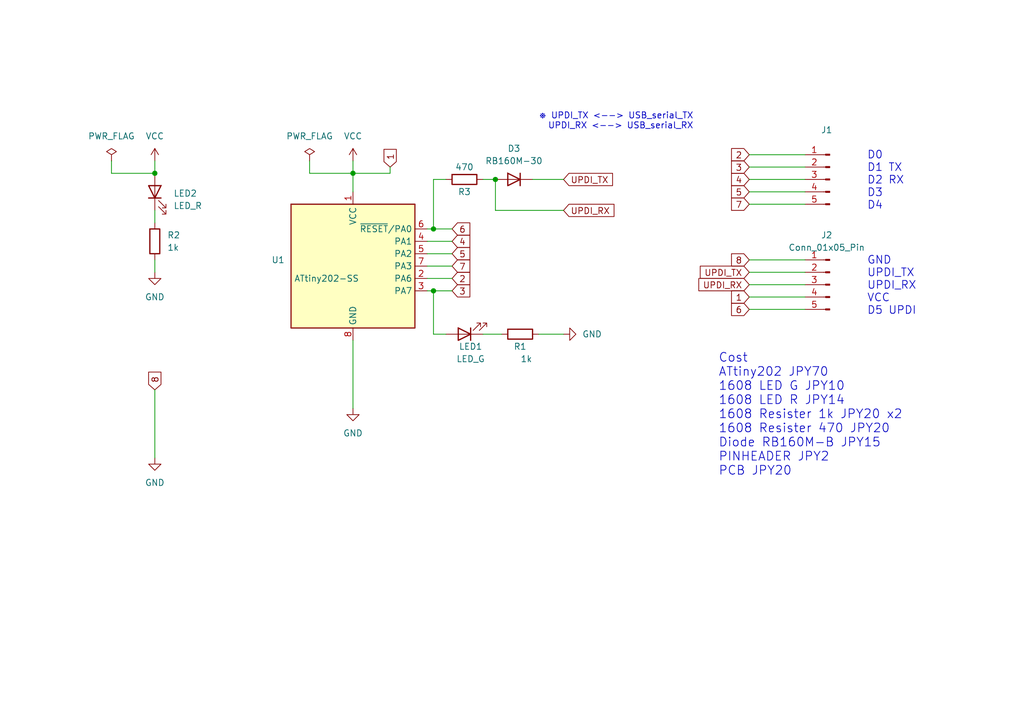
<source format=kicad_sch>
(kicad_sch (version 20230121) (generator eeschema)
  (paper "A5")
  (title_block (title "Tibicon") (date "2024-07-16") (rev "1"))
  (lib_symbols
    (symbol "Connector:Conn_01x05_Pin" (pin_names (offset 1.016) hide)
      (property "Reference" "J" (at 0 7.62 0))
      (property "Value" "Conn_01x05_Pin" (at 0 -7.62 0))
      (symbol "Conn_01x05_Pin_1_1"
        (polyline (pts (xy 1.27 -5.08) (xy 0.8636 -5.08)) (stroke (width 0.1524)))
        (polyline (pts (xy 1.27 -2.54) (xy 0.8636 -2.54)) (stroke (width 0.1524)))
        (polyline (pts (xy 1.27 0) (xy 0.8636 0)) (stroke (width 0.1524)))
        (polyline (pts (xy 1.27 2.54) (xy 0.8636 2.54)) (stroke (width 0.1524)))
        (polyline (pts (xy 1.27 5.08) (xy 0.8636 5.08)) (stroke (width 0.1524)))
        (rectangle (start 0.8636 -4.953) (end 0 -5.207) (stroke (width 0.1524)) (fill (type outline)))
        (rectangle (start 0.8636 -2.413) (end 0 -2.667) (stroke (width 0.1524)) (fill (type outline)))
        (rectangle (start 0.8636 0.127) (end 0 -0.127) (stroke (width 0.1524)) (fill (type outline)))
        (rectangle (start 0.8636 2.667) (end 0 2.413) (stroke (width 0.1524)) (fill (type outline)))
        (rectangle (start 0.8636 5.207) (end 0 4.953) (stroke (width 0.1524)) (fill (type outline)))
        (pin passive line (at 5.08 5.08 180) (length 3.81) (name "Pin_1") (number "1"))
        (pin passive line (at 5.08 2.54 180) (length 3.81) (name "Pin_2") (number "2"))
        (pin passive line (at 5.08 0 180) (length 3.81) (name "Pin_3") (number "3"))
        (pin passive line (at 5.08 -2.54 180) (length 3.81) (name "Pin_4") (number "4"))
        (pin passive line (at 5.08 -5.08 180) (length 3.81) (name "Pin_5") (number "5"))
      )
    )
    (symbol "Device:LED" (pin_numbers hide) (pin_names (offset 1.016) hide)
      (property "Reference" "D" (at 0 2.54 0))
      (property "Value" "LED" (at 0 -2.54 0))
      (symbol "LED_0_1"
        (polyline (pts (xy -1.27 -1.27) (xy -1.27 1.27)) (stroke (width 0.254)))
        (polyline (pts (xy -1.27 0) (xy 1.27 0)))
        (polyline (pts (xy 1.27 -1.27) (xy 1.27 1.27) (xy -1.27 0) (xy 1.27 -1.27)) (stroke (width 0.254)))
        (polyline (pts (xy -3.048 -0.762) (xy -4.572 -2.286) (xy -3.81 -2.286) (xy -4.572 -2.286) (xy -4.572 -1.524)))
        (polyline (pts (xy -1.778 -0.762) (xy -3.302 -2.286) (xy -2.54 -2.286) (xy -3.302 -2.286) (xy -3.302 -1.524)))
      )
      (symbol "LED_1_1"
        (pin passive line (at -3.81 0 0) (length 2.54) (name "K") (number "1"))
        (pin passive line (at 3.81 0 180) (length 2.54) (name "A") (number "2"))
      )
    )
    (symbol "Device:R" (pin_numbers hide) (pin_names (offset 0))
      (property "Reference" "R" (at 2.032 0 90))
      (property "Value" "R" (at 0 0 90))
      (symbol "R_0_1"
        (rectangle (start -1.016 -2.54) (end 1.016 2.54) (stroke (width 0.254)))
      )
      (symbol "R_1_1"
        (pin passive line (at 0 3.81 270) (length 1.27) (name "~") (number "1"))
        (pin passive line (at 0 -3.81 90) (length 1.27) (name "~") (number "2"))
      )
    )
    (symbol "Diode:1N914WT" (pin_numbers hide) (pin_names hide)
      (property "Reference" "D" (at 0 2.54 0))
      (property "Value" "1N914WT" (at 0 -2.54 0))
      (symbol "1N914WT_0_1"
        (polyline (pts (xy -1.27 1.27) (xy -1.27 -1.27)) (stroke (width 0.254)))
        (polyline (pts (xy 1.27 0) (xy -1.27 0)))
        (polyline (pts (xy 1.27 1.27) (xy 1.27 -1.27) (xy -1.27 0) (xy 1.27 1.27)) (stroke (width 0.254)))
      )
      (symbol "1N914WT_1_1"
        (pin passive line (at -3.81 0 0) (length 2.54) (name "K") (number "1"))
        (pin passive line (at 3.81 0 180) (length 2.54) (name "A") (number "2"))
      )
    )
    (symbol "MCU_Microchip_ATtiny:ATtiny202-SS"
      (property "Reference" "U" (at -12.7 13.97 0))
      (property "Value" "ATtiny202-SS" (at 2.54 -13.97 0))
      (symbol "ATtiny202-SS_0_1"
        (rectangle (start -12.7 -12.7) (end 12.7 12.7) (stroke (width 0.254)) (fill (type background)))
      )
      (symbol "ATtiny202-SS_1_1"
        (pin power_in line (at 0 15.24 270) (length 2.54) (name "VCC") (number "1"))
        (pin bidirectional line (at 15.24 -2.54 180) (length 2.54) (name "PA6") (number "2"))
        (pin bidirectional line (at 15.24 -5.08 180) (length 2.54) (name "PA7") (number "3"))
        (pin bidirectional line (at 15.24 5.08 180) (length 2.54) (name "PA1") (number "4"))
        (pin bidirectional line (at 15.24 2.54 180) (length 2.54) (name "PA2") (number "5"))
        (pin bidirectional line (at 15.24 7.62 180) (length 2.54) (name "~{RESET}/PA0") (number "6"))
        (pin bidirectional line (at 15.24 0 180) (length 2.54) (name "PA3") (number "7"))
        (pin power_in line (at 0 -15.24 90) (length 2.54) (name "GND") (number "8"))
      )
    )
    (symbol "power:GND" (power) (pin_names (offset 0))
      (property "Value" "GND" (at 0 -3.81 0))
      (symbol "GND_0_1"
        (polyline (pts (xy 0 0) (xy 0 -1.27) (xy 1.27 -1.27) (xy 0 -2.54) (xy -1.27 -1.27) (xy 0 -1.27)))
      )
      (symbol "GND_1_1"
        (pin power_in line (at 0 0 270) (length 0) hide (name "GND") (number "1"))
      )
    )
    (symbol "power:PWR_FLAG" (power) (pin_numbers hide) (pin_names (offset 0) hide)
      (property "Value" "PWR_FLAG" (at 0 3.81 0))
      (symbol "PWR_FLAG_0_0"
        (pin power_out line (at 0 0 90) (length 0) (name "pwr") (number "1"))
      )
      (symbol "PWR_FLAG_0_1"
        (polyline (pts (xy 0 0) (xy 0 1.27) (xy -1.016 1.905) (xy 0 2.54) (xy 1.016 1.905) (xy 0 1.27)))
      )
    )
    (symbol "power:VCC" (power) (pin_names (offset 0))
      (property "Value" "VCC" (at 0 3.81 0))
      (symbol "VCC_0_1"
        (polyline (pts (xy -0.762 1.27) (xy 0 2.54)))
        (polyline (pts (xy 0 0) (xy 0 2.54)))
        (polyline (pts (xy 0 2.54) (xy 0.762 1.27)))
      )
      (symbol "VCC_1_1"
        (pin power_in line (at 0 0 90) (length 0) hide (name "VCC") (number "1"))
      )
    )
  )
  (junction (at 88.9 59.69))
  (junction (at 101.6 36.83))
  (junction (at 31.75 35.56))
  (junction (at 88.9 46.99))
  (junction (at 72.39 35.56))
  (wire (pts (xy 153.67 39.37) (xy 165.1 39.37)))
  (wire (pts (xy 91.44 36.83) (xy 88.9 36.83)))
  (wire (pts (xy 99.06 68.58) (xy 102.87 68.58)))
  (wire (pts (xy 80.01 35.56) (xy 80.01 34.29)))
  (wire (pts (xy 31.75 33.02) (xy 31.75 35.56)))
  (wire (pts (xy 153.67 55.88) (xy 165.1 55.88)))
  (wire (pts (xy 87.63 59.69) (xy 88.9 59.69)))
  (wire (pts (xy 88.9 46.99) (xy 92.71 46.99)))
  (wire (pts (xy 88.9 36.83) (xy 88.9 46.99)))
  (wire (pts (xy 88.9 68.58) (xy 88.9 59.69)))
  (wire (pts (xy 99.06 36.83) (xy 101.6 36.83)))
  (wire (pts (xy 87.63 46.99) (xy 88.9 46.99)))
  (wire (pts (xy 63.5 35.56) (xy 72.39 35.56)))
  (wire (pts (xy 153.67 63.5) (xy 165.1 63.5)))
  (wire (pts (xy 63.5 33.02) (xy 63.5 35.56)))
  (wire (pts (xy 109.22 36.83) (xy 115.57 36.83)))
  (wire (pts (xy 87.63 52.07) (xy 92.71 52.07)))
  (wire (pts (xy 153.67 58.42) (xy 165.1 58.42)))
  (wire (pts (xy 87.63 57.15) (xy 92.71 57.15)))
  (wire (pts (xy 153.67 41.91) (xy 165.1 41.91)))
  (wire (pts (xy 110.49 68.58) (xy 115.57 68.58)))
  (wire (pts (xy 153.67 31.75) (xy 165.1 31.75)))
  (wire (pts (xy 153.67 60.96) (xy 165.1 60.96)))
  (wire (pts (xy 153.67 53.34) (xy 165.1 53.34)))
  (wire (pts (xy 153.67 36.83) (xy 165.1 36.83)))
  (wire (pts (xy 88.9 68.58) (xy 91.44 68.58)))
  (wire (pts (xy 72.39 35.56) (xy 72.39 39.37)))
  (wire (pts (xy 72.39 35.56) (xy 80.01 35.56)))
  (wire (pts (xy 22.86 35.56) (xy 31.75 35.56)))
  (wire (pts (xy 101.6 36.83) (xy 101.6 43.18)))
  (wire (pts (xy 31.75 80.01) (xy 31.75 93.98)))
  (wire (pts (xy 72.39 33.02) (xy 72.39 35.56)))
  (wire (pts (xy 92.71 59.69) (xy 88.9 59.69)))
  (wire (pts (xy 31.75 43.18) (xy 31.75 45.72)))
  (wire (pts (xy 87.63 54.61) (xy 92.71 54.61)))
  (wire (pts (xy 22.86 33.02) (xy 22.86 35.56)))
  (wire (pts (xy 101.6 43.18) (xy 115.57 43.18)))
  (wire (pts (xy 153.67 34.29) (xy 165.1 34.29)))
  (wire (pts (xy 87.63 49.53) (xy 92.71 49.53)))
  (wire (pts (xy 72.39 69.85) (xy 72.39 83.82)))
  (wire (pts (xy 31.75 53.34) (xy 31.75 55.88)))
  (text "GND\nUPDI_TX\nUPDI_RX\nVCC\nD5 UPDI" (at 177.8 64.77 0) (effects (font (size 1.6 1.6)) (justify left bottom)))
  (text "D0\nD1 TX\nD2 RX\nD3\nD4" (at 177.8 43.18 0) (effects (font (size 1.6 1.6)) (justify left bottom)))
  (text "※ UPDI_TX <--> USB_serial_TX\n   UPDI_RX <--> USB_serial_RX" (at 142.24 26.67 0) (effects (font (size 1.27 1.27)) (justify right bottom)))
  (text "Cost\nATtiny202 JPY70\n1608 LED G JPY10\n1608 LED R JPY14\n1608 Resister 1k JPY20 x2\n1608 Resister 470 JPY20\nDiode RB160M-B JPY15\nPINHEADER JPY2\nPCB JPY20" (at 147.32 97.79 0) (effects (font (size 1.8 1.8)) (justify left bottom)))
  (global_label "2" (shape input) (at 153.67 31.75 180) (property "Intersheetrefs" "${INTERSHEET_REFS}" (effects hide)))
  (global_label "UPDI_RX" (shape input) (at 115.57 43.18 0) (property "Intersheetrefs" "${INTERSHEET_REFS}" (effects hide)))
  (global_label "2" (shape input) (at 92.71 57.15 0) (property "Intersheetrefs" "${INTERSHEET_REFS}" (effects hide)))
  (global_label "8" (shape input) (at 153.67 53.34 180) (property "Intersheetrefs" "${INTERSHEET_REFS}" (effects hide)))
  (global_label "1" (shape input) (at 153.67 60.96 180) (property "Intersheetrefs" "${INTERSHEET_REFS}" (effects hide)))
  (global_label "UPDI_RX" (shape input) (at 153.67 58.42 180) (property "Intersheetrefs" "${INTERSHEET_REFS}" (effects hide)))
  (global_label "4" (shape input) (at 153.67 36.83 180) (property "Intersheetrefs" "${INTERSHEET_REFS}" (effects hide)))
  (global_label "5" (shape input) (at 92.71 52.07 0) (property "Intersheetrefs" "${INTERSHEET_REFS}" (effects hide)))
  (global_label "4" (shape input) (at 92.71 49.53 0) (property "Intersheetrefs" "${INTERSHEET_REFS}" (effects hide)))
  (global_label "6" (shape input) (at 153.67 63.5 180) (property "Intersheetrefs" "${INTERSHEET_REFS}" (effects hide)))
  (global_label "8" (shape input) (at 31.75 80.01 90) (property "Intersheetrefs" "${INTERSHEET_REFS}" (effects hide)))
  (global_label "3" (shape input) (at 153.67 34.29 180) (property "Intersheetrefs" "${INTERSHEET_REFS}" (effects hide)))
  (global_label "UPDI_TX" (shape input) (at 115.57 36.83 0) (property "Intersheetrefs" "${INTERSHEET_REFS}" (effects hide)))
  (global_label "7" (shape input) (at 153.67 41.91 180) (property "Intersheetrefs" "${INTERSHEET_REFS}" (effects hide)))
  (global_label "7" (shape input) (at 92.71 54.61 0) (property "Intersheetrefs" "${INTERSHEET_REFS}" (effects hide)))
  (global_label "6" (shape input) (at 92.71 46.99 0) (property "Intersheetrefs" "${INTERSHEET_REFS}" (effects hide)))
  (global_label "UPDI_TX" (shape input) (at 153.67 55.88 180) (property "Intersheetrefs" "${INTERSHEET_REFS}" (effects hide)))
  (global_label "5" (shape input) (at 153.67 39.37 180) (property "Intersheetrefs" "${INTERSHEET_REFS}" (effects hide)))
  (global_label "3" (shape input) (at 92.71 59.69 0) (property "Intersheetrefs" "${INTERSHEET_REFS}" (effects hide)))
  (global_label "1" (shape input) (at 80.01 34.29 90) (property "Intersheetrefs" "${INTERSHEET_REFS}" (effects hide)))
  (symbol (lib_id "Device:R") (at 106.68 68.58 90) (unit 1)
    (property "Reference" "R1" (at 106.68 71.12 90))
    (property "Value" "1k" (at 107.95 73.66 90))
    (property "Footprint" "Resistor_SMD:R_0603_1608Metric" (effects hide))
  )
  (symbol (lib_id "Device:R") (at 95.25 36.83 90) (unit 1)
    (property "Reference" "R3" (at 95.25 39.37 90))
    (property "Value" "470" (at 95.25 34.29 90))
    (property "Footprint" "Resistor_SMD:R_0603_1608Metric" (effects hide))
  )
  (symbol (lib_id "power:GND") (at 115.57 68.58 90) (unit 1)
    (property "Reference" "#PWR03" (effects hide))
    (property "Value" "GND" (at 119.38 68.58 90) (effects (justify right)))
  )
  (symbol (lib_id "power:GND") (at 31.75 55.88 0) (unit 1)
    (property "Reference" "#PWR02" (effects hide))
    (property "Value" "GND" (at 31.75 60.96 0))
  )
  (symbol (lib_id "power:PWR_FLAG") (at 63.5 33.02 0) (unit 1)
    (property "Reference" "#FLG01" (effects hide))
    (property "Value" "PWR_FLAG" (at 63.5 27.94 0))
  )
  (symbol (lib_id "Device:LED") (at 31.75 39.37 90) (unit 1)
    (property "Reference" "LED2" (at 35.56 39.6875 90) (effects (justify right)))
    (property "Value" "LED_R" (at 35.56 42.2275 90) (effects (justify right)))
    (property "Footprint" "Diode_SMD:D_0603_1608Metric" (effects hide))
  )
  (symbol (lib_id "Connector:Conn_01x05_Pin") (at 170.18 36.83 0) (mirror y) (unit 1)
    (property "Reference" "J1" (at 169.545 26.67 0))
    (property "Value" "Conn_01x05_Pin" (effects hide))
    (property "Footprint" "Connector_PinHeader_2.54mm:PinHeader_1x05_P2.54mm_Vertical" (effects hide))
  )
  (symbol (lib_id "power:GND") (at 31.75 93.98 0) (unit 1)
    (property "Reference" "#PWR06" (effects hide))
    (property "Value" "GND" (at 31.75 99.06 0))
  )
  (symbol (lib_id "power:VCC") (at 31.75 33.02 0) (unit 1)
    (property "Reference" "#PWR05" (effects hide))
    (property "Value" "VCC" (at 31.75 27.94 0))
  )
  (symbol (lib_id "Diode:1N914WT") (at 105.41 36.83 0) (mirror y) (unit 1)
    (property "Reference" "D3" (at 105.41 30.48 0))
    (property "Value" "RB160M-30" (at 105.41 33.02 0))
    (property "Footprint" "Diode_SMD:D_1206_3216Metric" (effects hide))
    (property "Datasheet" "http://www.mouser.com/ds/2/149/1N4148WT-461550.pdf" (effects hide))
    (property "Sim.Device" "D" (effects hide))
    (property "Sim.Pins" "1=K 2=A" (effects hide))
  )
  (symbol (lib_id "Device:LED") (at 95.25 68.58 180) (unit 1)
    (property "Reference" "LED1" (at 96.52 71.12 0))
    (property "Value" "LED_G" (at 96.52 73.66 0))
    (property "Footprint" "Diode_SMD:D_0603_1608Metric" (effects hide))
  )
  (symbol (lib_id "power:VCC") (at 72.39 33.02 0) (unit 1)
    (property "Reference" "#PWR04" (effects hide))
    (property "Value" "VCC" (at 72.39 27.94 0))
  )
  (symbol (lib_id "Connector:Conn_01x05_Pin") (at 170.18 58.42 0) (mirror y) (unit 1)
    (property "Reference" "J2" (at 169.545 48.26 0))
    (property "Value" "Conn_01x05_Pin" (at 169.545 50.8 0))
    (property "Footprint" "Connector_PinHeader_2.54mm:PinHeader_1x05_P2.54mm_Vertical" (effects hide))
  )
  (symbol (lib_id "power:PWR_FLAG") (at 22.86 33.02 0) (unit 1)
    (property "Reference" "#FLG02" (effects hide))
    (property "Value" "PWR_FLAG" (at 22.86 27.94 0))
  )
  (symbol (lib_id "MCU_Microchip_ATtiny:ATtiny202-SS") (at 72.39 54.61 0) (unit 1)
    (property "Reference" "U1" (at 58.42 53.34 0) (effects (justify right)))
    (property "Value" "ATtiny202-SS" (at 73.66 57.15 0) (effects (justify right)))
    (property "Footprint" "Package_SO:SOIC-8_3.9x4.9mm_P1.27mm" (effects hide))
    (property "Datasheet" "http://ww1.microchip.com/downloads/en/DeviceDoc/ATtiny202-402-AVR-MCU-with-Core-Independent-Peripherals_and-picoPower-40001969A.pdf" (effects hide))
  )
  (symbol (lib_id "power:GND") (at 72.39 83.82 0) (unit 1)
    (property "Reference" "#PWR01" (effects hide))
    (property "Value" "GND" (at 72.39 88.9 0))
  )
  (symbol (lib_id "Device:R") (at 31.75 49.53 0) (unit 1)
    (property "Reference" "R2" (at 34.29 48.26 0) (effects (justify left)))
    (property "Value" "1k" (at 34.29 50.8 0) (effects (justify left)))
    (property "Footprint" "Resistor_SMD:R_0603_1608Metric" (effects hide))
  )
)
</source>
